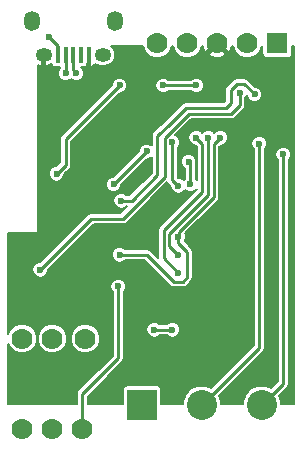
<source format=gbl>
G04 #@! TF.FileFunction,Copper,L2,Bot,Signal*
%FSLAX46Y46*%
G04 Gerber Fmt 4.6, Leading zero omitted, Abs format (unit mm)*
G04 Created by KiCad (PCBNEW 4.0.1-stable) date 2/4/2016 12:26:45 PM*
%MOMM*%
G01*
G04 APERTURE LIST*
%ADD10C,0.100000*%
%ADD11R,1.778000X1.778000*%
%ADD12C,1.778000*%
%ADD13R,2.540000X2.540000*%
%ADD14C,2.540000*%
%ADD15O,1.400000X1.150000*%
%ADD16O,1.325000X1.700000*%
%ADD17R,0.400000X1.350000*%
%ADD18C,0.600000*%
%ADD19C,0.250000*%
%ADD20C,0.203200*%
G04 APERTURE END LIST*
D10*
D11*
X150622000Y-89789000D03*
D12*
X148082000Y-89789000D03*
X145542000Y-89789000D03*
X143002000Y-89789000D03*
X140462000Y-89789000D03*
D13*
X139192000Y-120396000D03*
D14*
X144272000Y-120396000D03*
X149352000Y-120396000D03*
D12*
X129032000Y-122428000D03*
X131572000Y-122428000D03*
X134112000Y-122428000D03*
X134366000Y-114808000D03*
X131572000Y-114808000D03*
X129032000Y-114808000D03*
D15*
X130850000Y-90764000D03*
X135850000Y-90764000D03*
D16*
X129850000Y-87864000D03*
X136850000Y-87864000D03*
D17*
X132050000Y-90764000D03*
X132700000Y-90764000D03*
X133350000Y-90764000D03*
X134000000Y-90764000D03*
X134650000Y-90764000D03*
D18*
X131318000Y-89281000D03*
X146558000Y-91694000D03*
X138684000Y-92075000D03*
X131699000Y-104267000D03*
X150114000Y-107442000D03*
X137668000Y-98044000D03*
X130937000Y-95631000D03*
X136652000Y-95250000D03*
X131826000Y-99568000D03*
X139954000Y-105029000D03*
X131572000Y-109220000D03*
X146939000Y-97409000D03*
X137287000Y-107696000D03*
X145796000Y-97790000D03*
X142240000Y-106172000D03*
X132715000Y-92329000D03*
X144780000Y-97790000D03*
X142240000Y-107696000D03*
X133604000Y-92329000D03*
X143764000Y-97790000D03*
X142240000Y-109220000D03*
X142240000Y-101854000D03*
X141732000Y-98171000D03*
X147447000Y-93980000D03*
X130556000Y-108966000D03*
X140208000Y-114046000D03*
X141732000Y-114046000D03*
X137414000Y-103124000D03*
X148717000Y-94107000D03*
X139573000Y-98933000D03*
X136779000Y-101727000D03*
X131953000Y-100838000D03*
X137287000Y-93345000D03*
X140970000Y-93345000D03*
X143764000Y-93345000D03*
X143256000Y-101727000D03*
X143129000Y-99822000D03*
X149098000Y-98298000D03*
X151130000Y-99187000D03*
X137160000Y-110363000D03*
D19*
X132050000Y-90764000D02*
X132050000Y-90013000D01*
X132050000Y-90013000D02*
X131318000Y-89281000D01*
X142240000Y-106172000D02*
X142240000Y-106680000D01*
X139573000Y-107696000D02*
X137287000Y-107696000D01*
X141859000Y-109982000D02*
X139573000Y-107696000D01*
X142621000Y-109982000D02*
X141859000Y-109982000D01*
X143002000Y-109601000D02*
X142621000Y-109982000D01*
X143002000Y-107442000D02*
X143002000Y-109601000D01*
X142240000Y-106680000D02*
X143002000Y-107442000D01*
X145230002Y-98355998D02*
X145230002Y-102802396D01*
X145230002Y-98355998D02*
X145796000Y-97790000D01*
X142304199Y-106107801D02*
X142240000Y-106172000D01*
X142304199Y-105728199D02*
X142304199Y-106107801D01*
X145230002Y-102802396D02*
X142304199Y-105728199D01*
X132700000Y-92314000D02*
X132700000Y-90764000D01*
X132715000Y-92329000D02*
X132700000Y-92314000D01*
X144780000Y-102616000D02*
X144780000Y-97790000D01*
X141478000Y-105918000D02*
X144780000Y-102616000D01*
X141478000Y-106934000D02*
X141478000Y-105918000D01*
X142240000Y-107696000D02*
X141478000Y-106934000D01*
X133350000Y-92075000D02*
X133350000Y-90764000D01*
X133604000Y-92329000D02*
X133350000Y-92075000D01*
X144272000Y-98298000D02*
X143764000Y-97790000D01*
X144272000Y-102362000D02*
X144272000Y-98298000D01*
X141027998Y-105606002D02*
X144272000Y-102362000D01*
X141027998Y-108007998D02*
X141027998Y-105606002D01*
X142240000Y-109220000D02*
X141027998Y-108007998D01*
X142240000Y-101854000D02*
X141732000Y-101346000D01*
X141732000Y-101346000D02*
X141732000Y-98171000D01*
X147447000Y-94996000D02*
X147447000Y-93980000D01*
X146685000Y-95758000D02*
X147447000Y-94996000D01*
X143129000Y-95758000D02*
X146685000Y-95758000D01*
X141097000Y-97790000D02*
X143129000Y-95758000D01*
X141097000Y-101092000D02*
X141097000Y-97790000D01*
X137541000Y-104648000D02*
X141097000Y-101092000D01*
X134874000Y-104648000D02*
X137541000Y-104648000D01*
X130556000Y-108966000D02*
X134874000Y-104648000D01*
X141732000Y-114046000D02*
X140208000Y-114046000D01*
X138303000Y-103124000D02*
X137414000Y-103124000D01*
X140462000Y-100965000D02*
X138303000Y-103124000D01*
X140462000Y-97663000D02*
X140462000Y-100965000D01*
X140716000Y-97409000D02*
X140462000Y-97663000D01*
X141351000Y-96774000D02*
X140716000Y-97409000D01*
X142875000Y-95250000D02*
X141351000Y-96774000D01*
X146304000Y-95250000D02*
X142875000Y-95250000D01*
X146685000Y-94869000D02*
X146304000Y-95250000D01*
X146685000Y-93726000D02*
X146685000Y-94869000D01*
X147193000Y-93218000D02*
X146685000Y-93726000D01*
X147828000Y-93218000D02*
X147193000Y-93218000D01*
X148717000Y-94107000D02*
X147828000Y-93218000D01*
X136779000Y-101727000D02*
X139573000Y-98933000D01*
X132715000Y-97917000D02*
X132715000Y-100076000D01*
X132715000Y-97917000D02*
X137033000Y-93599000D01*
X132715000Y-100076000D02*
X131953000Y-100838000D01*
X137287000Y-93345000D02*
X137033000Y-93599000D01*
X143764000Y-93345000D02*
X140970000Y-93345000D01*
X143256000Y-99949000D02*
X143256000Y-101727000D01*
X143129000Y-99822000D02*
X143256000Y-99949000D01*
X144272000Y-120396000D02*
X149098000Y-115570000D01*
X149098000Y-115570000D02*
X149098000Y-98298000D01*
X150368000Y-119380000D02*
X151130000Y-118618000D01*
X151130000Y-118618000D02*
X151130000Y-99187000D01*
X150368000Y-119380000D02*
X149352000Y-120396000D01*
X134112000Y-122428000D02*
X134112000Y-119507000D01*
X137160000Y-116459000D02*
X137160000Y-110363000D01*
X134112000Y-119507000D02*
X137160000Y-116459000D01*
D20*
G36*
X139217185Y-90035480D02*
X139406264Y-90493088D01*
X139756070Y-90843505D01*
X140213348Y-91033383D01*
X140708480Y-91033815D01*
X141166088Y-90844736D01*
X141516505Y-90494930D01*
X141706383Y-90037652D01*
X141706400Y-90017600D01*
X141757201Y-90017600D01*
X141757185Y-90035480D01*
X141946264Y-90493088D01*
X142296070Y-90843505D01*
X142753348Y-91033383D01*
X143248480Y-91033815D01*
X143706088Y-90844736D01*
X144056505Y-90494930D01*
X144246383Y-90037652D01*
X144246400Y-90017600D01*
X144311879Y-90017600D01*
X144321553Y-90136600D01*
X144433223Y-90406196D01*
X144606780Y-90508694D01*
X145097874Y-90017600D01*
X145528926Y-90017600D01*
X144822306Y-90724220D01*
X144924804Y-90897777D01*
X145396096Y-91049566D01*
X145889600Y-91009447D01*
X146159196Y-90897777D01*
X146261694Y-90724220D01*
X145555074Y-90017600D01*
X145986126Y-90017600D01*
X146477220Y-90508694D01*
X146650777Y-90406196D01*
X146775932Y-90017600D01*
X146837201Y-90017600D01*
X146837185Y-90035480D01*
X147026264Y-90493088D01*
X147376070Y-90843505D01*
X147833348Y-91033383D01*
X148328480Y-91033815D01*
X148786088Y-90844736D01*
X149136505Y-90494930D01*
X149326383Y-90037652D01*
X149326400Y-90017600D01*
X149370434Y-90017600D01*
X149370434Y-90678000D01*
X149395230Y-90809777D01*
X149473110Y-90930807D01*
X149591942Y-91012001D01*
X149733000Y-91040566D01*
X151511000Y-91040566D01*
X151642777Y-91015770D01*
X151763807Y-90937890D01*
X151845001Y-90819058D01*
X151873566Y-90678000D01*
X151873566Y-90017600D01*
X152044400Y-90017600D01*
X152044400Y-120294400D01*
X150977689Y-120294400D01*
X150977881Y-120074067D01*
X150795354Y-119632318D01*
X151469833Y-118957838D01*
X151469836Y-118957836D01*
X151574017Y-118801918D01*
X151581672Y-118763434D01*
X151610601Y-118618000D01*
X151610600Y-118617995D01*
X151610600Y-99633588D01*
X151685467Y-99558852D01*
X151785486Y-99317979D01*
X151785714Y-99057165D01*
X151686115Y-98816118D01*
X151501852Y-98631533D01*
X151260979Y-98531514D01*
X151000165Y-98531286D01*
X150759118Y-98630885D01*
X150574533Y-98815148D01*
X150474514Y-99056021D01*
X150474286Y-99316835D01*
X150573885Y-99557882D01*
X150649400Y-99633529D01*
X150649400Y-118418929D01*
X150115478Y-118952850D01*
X149676770Y-118770683D01*
X149030067Y-118770119D01*
X148432375Y-119017080D01*
X147974687Y-119473970D01*
X147726683Y-120071230D01*
X147726488Y-120294400D01*
X145897689Y-120294400D01*
X145897881Y-120074067D01*
X145715354Y-119632318D01*
X149437833Y-115909838D01*
X149437836Y-115909836D01*
X149542017Y-115753918D01*
X149578601Y-115570000D01*
X149578600Y-115569995D01*
X149578600Y-98744588D01*
X149653467Y-98669852D01*
X149753486Y-98428979D01*
X149753714Y-98168165D01*
X149654115Y-97927118D01*
X149469852Y-97742533D01*
X149228979Y-97642514D01*
X148968165Y-97642286D01*
X148727118Y-97741885D01*
X148542533Y-97926148D01*
X148442514Y-98167021D01*
X148442286Y-98427835D01*
X148541885Y-98668882D01*
X148617400Y-98744529D01*
X148617400Y-115370929D01*
X145035478Y-118952850D01*
X144596770Y-118770683D01*
X143950067Y-118770119D01*
X143352375Y-119017080D01*
X142894687Y-119473970D01*
X142646683Y-120071230D01*
X142646488Y-120294400D01*
X140824566Y-120294400D01*
X140824566Y-119126000D01*
X140799770Y-118994223D01*
X140721890Y-118873193D01*
X140603058Y-118791999D01*
X140462000Y-118763434D01*
X137922000Y-118763434D01*
X137790223Y-118788230D01*
X137669193Y-118866110D01*
X137587999Y-118984942D01*
X137559434Y-119126000D01*
X137559434Y-120294400D01*
X134592600Y-120294400D01*
X134592600Y-119706072D01*
X137499833Y-116798838D01*
X137499836Y-116798836D01*
X137604017Y-116642918D01*
X137640601Y-116459000D01*
X137640600Y-116458995D01*
X137640600Y-114175835D01*
X139552286Y-114175835D01*
X139651885Y-114416882D01*
X139836148Y-114601467D01*
X140077021Y-114701486D01*
X140337835Y-114701714D01*
X140578882Y-114602115D01*
X140654529Y-114526600D01*
X141285412Y-114526600D01*
X141360148Y-114601467D01*
X141601021Y-114701486D01*
X141861835Y-114701714D01*
X142102882Y-114602115D01*
X142287467Y-114417852D01*
X142387486Y-114176979D01*
X142387714Y-113916165D01*
X142288115Y-113675118D01*
X142103852Y-113490533D01*
X141862979Y-113390514D01*
X141602165Y-113390286D01*
X141361118Y-113489885D01*
X141285471Y-113565400D01*
X140654588Y-113565400D01*
X140579852Y-113490533D01*
X140338979Y-113390514D01*
X140078165Y-113390286D01*
X139837118Y-113489885D01*
X139652533Y-113674148D01*
X139552514Y-113915021D01*
X139552286Y-114175835D01*
X137640600Y-114175835D01*
X137640600Y-110809588D01*
X137715467Y-110734852D01*
X137815486Y-110493979D01*
X137815714Y-110233165D01*
X137716115Y-109992118D01*
X137531852Y-109807533D01*
X137290979Y-109707514D01*
X137030165Y-109707286D01*
X136789118Y-109806885D01*
X136604533Y-109991148D01*
X136504514Y-110232021D01*
X136504286Y-110492835D01*
X136603885Y-110733882D01*
X136679400Y-110809529D01*
X136679400Y-116259929D01*
X133772164Y-119167164D01*
X133667983Y-119323082D01*
X133631399Y-119507000D01*
X133631400Y-119507005D01*
X133631400Y-120294400D01*
X127863600Y-120294400D01*
X127863600Y-115239419D01*
X127976264Y-115512088D01*
X128326070Y-115862505D01*
X128783348Y-116052383D01*
X129278480Y-116052815D01*
X129736088Y-115863736D01*
X130086505Y-115513930D01*
X130276383Y-115056652D01*
X130276384Y-115054480D01*
X130327185Y-115054480D01*
X130516264Y-115512088D01*
X130866070Y-115862505D01*
X131323348Y-116052383D01*
X131818480Y-116052815D01*
X132276088Y-115863736D01*
X132626505Y-115513930D01*
X132816383Y-115056652D01*
X132816384Y-115054480D01*
X133121185Y-115054480D01*
X133310264Y-115512088D01*
X133660070Y-115862505D01*
X134117348Y-116052383D01*
X134612480Y-116052815D01*
X135070088Y-115863736D01*
X135420505Y-115513930D01*
X135610383Y-115056652D01*
X135610815Y-114561520D01*
X135421736Y-114103912D01*
X135071930Y-113753495D01*
X134614652Y-113563617D01*
X134119520Y-113563185D01*
X133661912Y-113752264D01*
X133311495Y-114102070D01*
X133121617Y-114559348D01*
X133121185Y-115054480D01*
X132816384Y-115054480D01*
X132816815Y-114561520D01*
X132627736Y-114103912D01*
X132277930Y-113753495D01*
X131820652Y-113563617D01*
X131325520Y-113563185D01*
X130867912Y-113752264D01*
X130517495Y-114102070D01*
X130327617Y-114559348D01*
X130327185Y-115054480D01*
X130276384Y-115054480D01*
X130276815Y-114561520D01*
X130087736Y-114103912D01*
X129737930Y-113753495D01*
X129280652Y-113563617D01*
X128785520Y-113563185D01*
X128327912Y-113752264D01*
X127977495Y-114102070D01*
X127863600Y-114376360D01*
X127863600Y-109095835D01*
X129900286Y-109095835D01*
X129999885Y-109336882D01*
X130184148Y-109521467D01*
X130425021Y-109621486D01*
X130685835Y-109621714D01*
X130926882Y-109522115D01*
X131111467Y-109337852D01*
X131211486Y-109096979D01*
X131211579Y-108990092D01*
X135073071Y-105128600D01*
X137540995Y-105128600D01*
X137541000Y-105128601D01*
X137724918Y-105092017D01*
X137880836Y-104987836D01*
X141308319Y-101560352D01*
X141392164Y-101685836D01*
X141584378Y-101878050D01*
X141584286Y-101983835D01*
X141683885Y-102224882D01*
X141868148Y-102409467D01*
X142109021Y-102509486D01*
X142369835Y-102509714D01*
X142610882Y-102410115D01*
X142795467Y-102225852D01*
X142804916Y-102203096D01*
X142884148Y-102282467D01*
X143125021Y-102382486D01*
X143385835Y-102382714D01*
X143626882Y-102283115D01*
X143791400Y-102118884D01*
X143791400Y-102162929D01*
X140688162Y-105266166D01*
X140583981Y-105422084D01*
X140547397Y-105606002D01*
X140547398Y-105606007D01*
X140547398Y-107990726D01*
X139912836Y-107356164D01*
X139756918Y-107251983D01*
X139573000Y-107215399D01*
X139572995Y-107215400D01*
X137733588Y-107215400D01*
X137658852Y-107140533D01*
X137417979Y-107040514D01*
X137157165Y-107040286D01*
X136916118Y-107139885D01*
X136731533Y-107324148D01*
X136631514Y-107565021D01*
X136631286Y-107825835D01*
X136730885Y-108066882D01*
X136915148Y-108251467D01*
X137156021Y-108351486D01*
X137416835Y-108351714D01*
X137657882Y-108252115D01*
X137733529Y-108176600D01*
X139373928Y-108176600D01*
X141519162Y-110321833D01*
X141519164Y-110321836D01*
X141675082Y-110426017D01*
X141859000Y-110462601D01*
X141859005Y-110462600D01*
X142620995Y-110462600D01*
X142621000Y-110462601D01*
X142804918Y-110426017D01*
X142960836Y-110321836D01*
X143341833Y-109940838D01*
X143341836Y-109940836D01*
X143446017Y-109784918D01*
X143482600Y-109601000D01*
X143482600Y-107442005D01*
X143482601Y-107442000D01*
X143446017Y-107258082D01*
X143417497Y-107215399D01*
X143341836Y-107102164D01*
X143341833Y-107102162D01*
X142789490Y-106549818D01*
X142795467Y-106543852D01*
X142895486Y-106302979D01*
X142895714Y-106042165D01*
X142829691Y-105882379D01*
X145569835Y-103142234D01*
X145569838Y-103142232D01*
X145674019Y-102986314D01*
X145710602Y-102802396D01*
X145710602Y-98555070D01*
X145820050Y-98445622D01*
X145925835Y-98445714D01*
X146166882Y-98346115D01*
X146351467Y-98161852D01*
X146451486Y-97920979D01*
X146451714Y-97660165D01*
X146352115Y-97419118D01*
X146167852Y-97234533D01*
X145926979Y-97134514D01*
X145666165Y-97134286D01*
X145425118Y-97233885D01*
X145287922Y-97370841D01*
X145151852Y-97234533D01*
X144910979Y-97134514D01*
X144650165Y-97134286D01*
X144409118Y-97233885D01*
X144271922Y-97370841D01*
X144135852Y-97234533D01*
X143894979Y-97134514D01*
X143634165Y-97134286D01*
X143393118Y-97233885D01*
X143208533Y-97418148D01*
X143108514Y-97659021D01*
X143108286Y-97919835D01*
X143207885Y-98160882D01*
X143392148Y-98345467D01*
X143633021Y-98445486D01*
X143739908Y-98445579D01*
X143791400Y-98497071D01*
X143791400Y-101335367D01*
X143736600Y-101280471D01*
X143736600Y-100068302D01*
X143784486Y-99952979D01*
X143784714Y-99692165D01*
X143685115Y-99451118D01*
X143500852Y-99266533D01*
X143259979Y-99166514D01*
X142999165Y-99166286D01*
X142758118Y-99265885D01*
X142573533Y-99450148D01*
X142473514Y-99691021D01*
X142473286Y-99951835D01*
X142572885Y-100192882D01*
X142757148Y-100377467D01*
X142775400Y-100385046D01*
X142775400Y-101280412D01*
X142700533Y-101355148D01*
X142691084Y-101377904D01*
X142611852Y-101298533D01*
X142370979Y-101198514D01*
X142264092Y-101198421D01*
X142212600Y-101146928D01*
X142212600Y-98617588D01*
X142287467Y-98542852D01*
X142387486Y-98301979D01*
X142387714Y-98041165D01*
X142288115Y-97800118D01*
X142103852Y-97615533D01*
X141995945Y-97570726D01*
X143328071Y-96238600D01*
X146684995Y-96238600D01*
X146685000Y-96238601D01*
X146868918Y-96202017D01*
X147024836Y-96097836D01*
X147786833Y-95335838D01*
X147786836Y-95335836D01*
X147891017Y-95179918D01*
X147913660Y-95066083D01*
X147927601Y-94996000D01*
X147927600Y-94995995D01*
X147927600Y-94426588D01*
X148002467Y-94351852D01*
X148061309Y-94210144D01*
X148061286Y-94236835D01*
X148160885Y-94477882D01*
X148345148Y-94662467D01*
X148586021Y-94762486D01*
X148846835Y-94762714D01*
X149087882Y-94663115D01*
X149272467Y-94478852D01*
X149372486Y-94237979D01*
X149372714Y-93977165D01*
X149273115Y-93736118D01*
X149088852Y-93551533D01*
X148847979Y-93451514D01*
X148741092Y-93451421D01*
X148167836Y-92878164D01*
X148011918Y-92773983D01*
X147828000Y-92737399D01*
X147827995Y-92737400D01*
X147193000Y-92737400D01*
X147009082Y-92773983D01*
X146853164Y-92878164D01*
X146853162Y-92878167D01*
X146345164Y-93386164D01*
X146240983Y-93542082D01*
X146204399Y-93726000D01*
X146204400Y-93726005D01*
X146204400Y-94669929D01*
X146104928Y-94769400D01*
X142875000Y-94769400D01*
X142691082Y-94805983D01*
X142535164Y-94910164D01*
X142535162Y-94910167D01*
X141011164Y-96434164D01*
X141011162Y-96434167D01*
X140376164Y-97069164D01*
X140376162Y-97069167D01*
X140122164Y-97323164D01*
X140017983Y-97479082D01*
X139981399Y-97663000D01*
X139981400Y-97663005D01*
X139981400Y-98414145D01*
X139944852Y-98377533D01*
X139703979Y-98277514D01*
X139443165Y-98277286D01*
X139202118Y-98376885D01*
X139017533Y-98561148D01*
X138917514Y-98802021D01*
X138917421Y-98908908D01*
X136754950Y-101071378D01*
X136649165Y-101071286D01*
X136408118Y-101170885D01*
X136223533Y-101355148D01*
X136123514Y-101596021D01*
X136123286Y-101856835D01*
X136222885Y-102097882D01*
X136407148Y-102282467D01*
X136648021Y-102382486D01*
X136908835Y-102382714D01*
X137149882Y-102283115D01*
X137334467Y-102098852D01*
X137434486Y-101857979D01*
X137434579Y-101751092D01*
X139597050Y-99588622D01*
X139702835Y-99588714D01*
X139943882Y-99489115D01*
X139981400Y-99451662D01*
X139981400Y-100765929D01*
X138103928Y-102643400D01*
X137860588Y-102643400D01*
X137785852Y-102568533D01*
X137544979Y-102468514D01*
X137284165Y-102468286D01*
X137043118Y-102567885D01*
X136858533Y-102752148D01*
X136758514Y-102993021D01*
X136758286Y-103253835D01*
X136857885Y-103494882D01*
X137042148Y-103679467D01*
X137283021Y-103779486D01*
X137543835Y-103779714D01*
X137784882Y-103680115D01*
X137860529Y-103604600D01*
X137904728Y-103604600D01*
X137341928Y-104167400D01*
X134874005Y-104167400D01*
X134874000Y-104167399D01*
X134690082Y-104203983D01*
X134534164Y-104308164D01*
X134534162Y-104308167D01*
X130531950Y-108310378D01*
X130426165Y-108310286D01*
X130185118Y-108409885D01*
X130000533Y-108594148D01*
X129900514Y-108835021D01*
X129900286Y-109095835D01*
X127863600Y-109095835D01*
X127863600Y-105892600D01*
X130302000Y-105892600D01*
X130341528Y-105884595D01*
X130374828Y-105861843D01*
X130396652Y-105827927D01*
X130403600Y-105791000D01*
X130403600Y-100967835D01*
X131297286Y-100967835D01*
X131396885Y-101208882D01*
X131581148Y-101393467D01*
X131822021Y-101493486D01*
X132082835Y-101493714D01*
X132323882Y-101394115D01*
X132508467Y-101209852D01*
X132608486Y-100968979D01*
X132608579Y-100862092D01*
X133054833Y-100415838D01*
X133054836Y-100415836D01*
X133159017Y-100259918D01*
X133195601Y-100076000D01*
X133195600Y-100075995D01*
X133195600Y-98116072D01*
X137311049Y-94000622D01*
X137416835Y-94000714D01*
X137657882Y-93901115D01*
X137842467Y-93716852D01*
X137942486Y-93475979D01*
X137942487Y-93474835D01*
X140314286Y-93474835D01*
X140413885Y-93715882D01*
X140598148Y-93900467D01*
X140839021Y-94000486D01*
X141099835Y-94000714D01*
X141340882Y-93901115D01*
X141416529Y-93825600D01*
X143317412Y-93825600D01*
X143392148Y-93900467D01*
X143633021Y-94000486D01*
X143893835Y-94000714D01*
X144134882Y-93901115D01*
X144319467Y-93716852D01*
X144419486Y-93475979D01*
X144419714Y-93215165D01*
X144320115Y-92974118D01*
X144135852Y-92789533D01*
X143894979Y-92689514D01*
X143634165Y-92689286D01*
X143393118Y-92788885D01*
X143317471Y-92864400D01*
X141416588Y-92864400D01*
X141341852Y-92789533D01*
X141100979Y-92689514D01*
X140840165Y-92689286D01*
X140599118Y-92788885D01*
X140414533Y-92973148D01*
X140314514Y-93214021D01*
X140314286Y-93474835D01*
X137942487Y-93474835D01*
X137942714Y-93215165D01*
X137843115Y-92974118D01*
X137658852Y-92789533D01*
X137417979Y-92689514D01*
X137157165Y-92689286D01*
X136916118Y-92788885D01*
X136731533Y-92973148D01*
X136631514Y-93214021D01*
X136631421Y-93320908D01*
X132375164Y-97577164D01*
X132270983Y-97733082D01*
X132234399Y-97917000D01*
X132234400Y-97917005D01*
X132234400Y-99876929D01*
X131928950Y-100182378D01*
X131823165Y-100182286D01*
X131582118Y-100281885D01*
X131397533Y-100466148D01*
X131297514Y-100707021D01*
X131297286Y-100967835D01*
X130403600Y-100967835D01*
X130403600Y-91616577D01*
X130552710Y-91676641D01*
X130697600Y-91603457D01*
X130697600Y-90916400D01*
X130677600Y-90916400D01*
X130677600Y-90611600D01*
X130697600Y-90611600D01*
X130697600Y-90591600D01*
X131002400Y-90591600D01*
X131002400Y-90611600D01*
X131022400Y-90611600D01*
X131022400Y-90916400D01*
X131002400Y-90916400D01*
X131002400Y-91603457D01*
X131147290Y-91676641D01*
X131483428Y-91541238D01*
X131503051Y-91521995D01*
X131512230Y-91570777D01*
X131590110Y-91691807D01*
X131708942Y-91773001D01*
X131850000Y-91801566D01*
X132219400Y-91801566D01*
X132219400Y-91897385D01*
X132159533Y-91957148D01*
X132059514Y-92198021D01*
X132059286Y-92458835D01*
X132158885Y-92699882D01*
X132343148Y-92884467D01*
X132584021Y-92984486D01*
X132844835Y-92984714D01*
X133085882Y-92885115D01*
X133159467Y-92811659D01*
X133232148Y-92884467D01*
X133473021Y-92984486D01*
X133733835Y-92984714D01*
X133974882Y-92885115D01*
X134159467Y-92700852D01*
X134259486Y-92459979D01*
X134259714Y-92199165D01*
X134160115Y-91958118D01*
X134003836Y-91801566D01*
X134200000Y-91801566D01*
X134331777Y-91776770D01*
X134333518Y-91775650D01*
X134379267Y-91794600D01*
X134461100Y-91794600D01*
X134550000Y-91705700D01*
X134550000Y-91501053D01*
X134562566Y-91439000D01*
X134562566Y-90591600D01*
X134750000Y-90591600D01*
X134750000Y-90611600D01*
X134804034Y-90611600D01*
X134773720Y-90764000D01*
X134804034Y-90916400D01*
X134750000Y-90916400D01*
X134750000Y-91705700D01*
X134838900Y-91794600D01*
X134920733Y-91794600D01*
X135051431Y-91740463D01*
X135151463Y-91640431D01*
X135199517Y-91524419D01*
X135348195Y-91623762D01*
X135704320Y-91694600D01*
X135995680Y-91694600D01*
X136351805Y-91623762D01*
X136653714Y-91422034D01*
X136855442Y-91120125D01*
X136926280Y-90764000D01*
X136855442Y-90407875D01*
X136653714Y-90105966D01*
X136521464Y-90017600D01*
X139217201Y-90017600D01*
X139217185Y-90035480D01*
X139217185Y-90035480D01*
G37*
X139217185Y-90035480D02*
X139406264Y-90493088D01*
X139756070Y-90843505D01*
X140213348Y-91033383D01*
X140708480Y-91033815D01*
X141166088Y-90844736D01*
X141516505Y-90494930D01*
X141706383Y-90037652D01*
X141706400Y-90017600D01*
X141757201Y-90017600D01*
X141757185Y-90035480D01*
X141946264Y-90493088D01*
X142296070Y-90843505D01*
X142753348Y-91033383D01*
X143248480Y-91033815D01*
X143706088Y-90844736D01*
X144056505Y-90494930D01*
X144246383Y-90037652D01*
X144246400Y-90017600D01*
X144311879Y-90017600D01*
X144321553Y-90136600D01*
X144433223Y-90406196D01*
X144606780Y-90508694D01*
X145097874Y-90017600D01*
X145528926Y-90017600D01*
X144822306Y-90724220D01*
X144924804Y-90897777D01*
X145396096Y-91049566D01*
X145889600Y-91009447D01*
X146159196Y-90897777D01*
X146261694Y-90724220D01*
X145555074Y-90017600D01*
X145986126Y-90017600D01*
X146477220Y-90508694D01*
X146650777Y-90406196D01*
X146775932Y-90017600D01*
X146837201Y-90017600D01*
X146837185Y-90035480D01*
X147026264Y-90493088D01*
X147376070Y-90843505D01*
X147833348Y-91033383D01*
X148328480Y-91033815D01*
X148786088Y-90844736D01*
X149136505Y-90494930D01*
X149326383Y-90037652D01*
X149326400Y-90017600D01*
X149370434Y-90017600D01*
X149370434Y-90678000D01*
X149395230Y-90809777D01*
X149473110Y-90930807D01*
X149591942Y-91012001D01*
X149733000Y-91040566D01*
X151511000Y-91040566D01*
X151642777Y-91015770D01*
X151763807Y-90937890D01*
X151845001Y-90819058D01*
X151873566Y-90678000D01*
X151873566Y-90017600D01*
X152044400Y-90017600D01*
X152044400Y-120294400D01*
X150977689Y-120294400D01*
X150977881Y-120074067D01*
X150795354Y-119632318D01*
X151469833Y-118957838D01*
X151469836Y-118957836D01*
X151574017Y-118801918D01*
X151581672Y-118763434D01*
X151610601Y-118618000D01*
X151610600Y-118617995D01*
X151610600Y-99633588D01*
X151685467Y-99558852D01*
X151785486Y-99317979D01*
X151785714Y-99057165D01*
X151686115Y-98816118D01*
X151501852Y-98631533D01*
X151260979Y-98531514D01*
X151000165Y-98531286D01*
X150759118Y-98630885D01*
X150574533Y-98815148D01*
X150474514Y-99056021D01*
X150474286Y-99316835D01*
X150573885Y-99557882D01*
X150649400Y-99633529D01*
X150649400Y-118418929D01*
X150115478Y-118952850D01*
X149676770Y-118770683D01*
X149030067Y-118770119D01*
X148432375Y-119017080D01*
X147974687Y-119473970D01*
X147726683Y-120071230D01*
X147726488Y-120294400D01*
X145897689Y-120294400D01*
X145897881Y-120074067D01*
X145715354Y-119632318D01*
X149437833Y-115909838D01*
X149437836Y-115909836D01*
X149542017Y-115753918D01*
X149578601Y-115570000D01*
X149578600Y-115569995D01*
X149578600Y-98744588D01*
X149653467Y-98669852D01*
X149753486Y-98428979D01*
X149753714Y-98168165D01*
X149654115Y-97927118D01*
X149469852Y-97742533D01*
X149228979Y-97642514D01*
X148968165Y-97642286D01*
X148727118Y-97741885D01*
X148542533Y-97926148D01*
X148442514Y-98167021D01*
X148442286Y-98427835D01*
X148541885Y-98668882D01*
X148617400Y-98744529D01*
X148617400Y-115370929D01*
X145035478Y-118952850D01*
X144596770Y-118770683D01*
X143950067Y-118770119D01*
X143352375Y-119017080D01*
X142894687Y-119473970D01*
X142646683Y-120071230D01*
X142646488Y-120294400D01*
X140824566Y-120294400D01*
X140824566Y-119126000D01*
X140799770Y-118994223D01*
X140721890Y-118873193D01*
X140603058Y-118791999D01*
X140462000Y-118763434D01*
X137922000Y-118763434D01*
X137790223Y-118788230D01*
X137669193Y-118866110D01*
X137587999Y-118984942D01*
X137559434Y-119126000D01*
X137559434Y-120294400D01*
X134592600Y-120294400D01*
X134592600Y-119706072D01*
X137499833Y-116798838D01*
X137499836Y-116798836D01*
X137604017Y-116642918D01*
X137640601Y-116459000D01*
X137640600Y-116458995D01*
X137640600Y-114175835D01*
X139552286Y-114175835D01*
X139651885Y-114416882D01*
X139836148Y-114601467D01*
X140077021Y-114701486D01*
X140337835Y-114701714D01*
X140578882Y-114602115D01*
X140654529Y-114526600D01*
X141285412Y-114526600D01*
X141360148Y-114601467D01*
X141601021Y-114701486D01*
X141861835Y-114701714D01*
X142102882Y-114602115D01*
X142287467Y-114417852D01*
X142387486Y-114176979D01*
X142387714Y-113916165D01*
X142288115Y-113675118D01*
X142103852Y-113490533D01*
X141862979Y-113390514D01*
X141602165Y-113390286D01*
X141361118Y-113489885D01*
X141285471Y-113565400D01*
X140654588Y-113565400D01*
X140579852Y-113490533D01*
X140338979Y-113390514D01*
X140078165Y-113390286D01*
X139837118Y-113489885D01*
X139652533Y-113674148D01*
X139552514Y-113915021D01*
X139552286Y-114175835D01*
X137640600Y-114175835D01*
X137640600Y-110809588D01*
X137715467Y-110734852D01*
X137815486Y-110493979D01*
X137815714Y-110233165D01*
X137716115Y-109992118D01*
X137531852Y-109807533D01*
X137290979Y-109707514D01*
X137030165Y-109707286D01*
X136789118Y-109806885D01*
X136604533Y-109991148D01*
X136504514Y-110232021D01*
X136504286Y-110492835D01*
X136603885Y-110733882D01*
X136679400Y-110809529D01*
X136679400Y-116259929D01*
X133772164Y-119167164D01*
X133667983Y-119323082D01*
X133631399Y-119507000D01*
X133631400Y-119507005D01*
X133631400Y-120294400D01*
X127863600Y-120294400D01*
X127863600Y-115239419D01*
X127976264Y-115512088D01*
X128326070Y-115862505D01*
X128783348Y-116052383D01*
X129278480Y-116052815D01*
X129736088Y-115863736D01*
X130086505Y-115513930D01*
X130276383Y-115056652D01*
X130276384Y-115054480D01*
X130327185Y-115054480D01*
X130516264Y-115512088D01*
X130866070Y-115862505D01*
X131323348Y-116052383D01*
X131818480Y-116052815D01*
X132276088Y-115863736D01*
X132626505Y-115513930D01*
X132816383Y-115056652D01*
X132816384Y-115054480D01*
X133121185Y-115054480D01*
X133310264Y-115512088D01*
X133660070Y-115862505D01*
X134117348Y-116052383D01*
X134612480Y-116052815D01*
X135070088Y-115863736D01*
X135420505Y-115513930D01*
X135610383Y-115056652D01*
X135610815Y-114561520D01*
X135421736Y-114103912D01*
X135071930Y-113753495D01*
X134614652Y-113563617D01*
X134119520Y-113563185D01*
X133661912Y-113752264D01*
X133311495Y-114102070D01*
X133121617Y-114559348D01*
X133121185Y-115054480D01*
X132816384Y-115054480D01*
X132816815Y-114561520D01*
X132627736Y-114103912D01*
X132277930Y-113753495D01*
X131820652Y-113563617D01*
X131325520Y-113563185D01*
X130867912Y-113752264D01*
X130517495Y-114102070D01*
X130327617Y-114559348D01*
X130327185Y-115054480D01*
X130276384Y-115054480D01*
X130276815Y-114561520D01*
X130087736Y-114103912D01*
X129737930Y-113753495D01*
X129280652Y-113563617D01*
X128785520Y-113563185D01*
X128327912Y-113752264D01*
X127977495Y-114102070D01*
X127863600Y-114376360D01*
X127863600Y-109095835D01*
X129900286Y-109095835D01*
X129999885Y-109336882D01*
X130184148Y-109521467D01*
X130425021Y-109621486D01*
X130685835Y-109621714D01*
X130926882Y-109522115D01*
X131111467Y-109337852D01*
X131211486Y-109096979D01*
X131211579Y-108990092D01*
X135073071Y-105128600D01*
X137540995Y-105128600D01*
X137541000Y-105128601D01*
X137724918Y-105092017D01*
X137880836Y-104987836D01*
X141308319Y-101560352D01*
X141392164Y-101685836D01*
X141584378Y-101878050D01*
X141584286Y-101983835D01*
X141683885Y-102224882D01*
X141868148Y-102409467D01*
X142109021Y-102509486D01*
X142369835Y-102509714D01*
X142610882Y-102410115D01*
X142795467Y-102225852D01*
X142804916Y-102203096D01*
X142884148Y-102282467D01*
X143125021Y-102382486D01*
X143385835Y-102382714D01*
X143626882Y-102283115D01*
X143791400Y-102118884D01*
X143791400Y-102162929D01*
X140688162Y-105266166D01*
X140583981Y-105422084D01*
X140547397Y-105606002D01*
X140547398Y-105606007D01*
X140547398Y-107990726D01*
X139912836Y-107356164D01*
X139756918Y-107251983D01*
X139573000Y-107215399D01*
X139572995Y-107215400D01*
X137733588Y-107215400D01*
X137658852Y-107140533D01*
X137417979Y-107040514D01*
X137157165Y-107040286D01*
X136916118Y-107139885D01*
X136731533Y-107324148D01*
X136631514Y-107565021D01*
X136631286Y-107825835D01*
X136730885Y-108066882D01*
X136915148Y-108251467D01*
X137156021Y-108351486D01*
X137416835Y-108351714D01*
X137657882Y-108252115D01*
X137733529Y-108176600D01*
X139373928Y-108176600D01*
X141519162Y-110321833D01*
X141519164Y-110321836D01*
X141675082Y-110426017D01*
X141859000Y-110462601D01*
X141859005Y-110462600D01*
X142620995Y-110462600D01*
X142621000Y-110462601D01*
X142804918Y-110426017D01*
X142960836Y-110321836D01*
X143341833Y-109940838D01*
X143341836Y-109940836D01*
X143446017Y-109784918D01*
X143482600Y-109601000D01*
X143482600Y-107442005D01*
X143482601Y-107442000D01*
X143446017Y-107258082D01*
X143417497Y-107215399D01*
X143341836Y-107102164D01*
X143341833Y-107102162D01*
X142789490Y-106549818D01*
X142795467Y-106543852D01*
X142895486Y-106302979D01*
X142895714Y-106042165D01*
X142829691Y-105882379D01*
X145569835Y-103142234D01*
X145569838Y-103142232D01*
X145674019Y-102986314D01*
X145710602Y-102802396D01*
X145710602Y-98555070D01*
X145820050Y-98445622D01*
X145925835Y-98445714D01*
X146166882Y-98346115D01*
X146351467Y-98161852D01*
X146451486Y-97920979D01*
X146451714Y-97660165D01*
X146352115Y-97419118D01*
X146167852Y-97234533D01*
X145926979Y-97134514D01*
X145666165Y-97134286D01*
X145425118Y-97233885D01*
X145287922Y-97370841D01*
X145151852Y-97234533D01*
X144910979Y-97134514D01*
X144650165Y-97134286D01*
X144409118Y-97233885D01*
X144271922Y-97370841D01*
X144135852Y-97234533D01*
X143894979Y-97134514D01*
X143634165Y-97134286D01*
X143393118Y-97233885D01*
X143208533Y-97418148D01*
X143108514Y-97659021D01*
X143108286Y-97919835D01*
X143207885Y-98160882D01*
X143392148Y-98345467D01*
X143633021Y-98445486D01*
X143739908Y-98445579D01*
X143791400Y-98497071D01*
X143791400Y-101335367D01*
X143736600Y-101280471D01*
X143736600Y-100068302D01*
X143784486Y-99952979D01*
X143784714Y-99692165D01*
X143685115Y-99451118D01*
X143500852Y-99266533D01*
X143259979Y-99166514D01*
X142999165Y-99166286D01*
X142758118Y-99265885D01*
X142573533Y-99450148D01*
X142473514Y-99691021D01*
X142473286Y-99951835D01*
X142572885Y-100192882D01*
X142757148Y-100377467D01*
X142775400Y-100385046D01*
X142775400Y-101280412D01*
X142700533Y-101355148D01*
X142691084Y-101377904D01*
X142611852Y-101298533D01*
X142370979Y-101198514D01*
X142264092Y-101198421D01*
X142212600Y-101146928D01*
X142212600Y-98617588D01*
X142287467Y-98542852D01*
X142387486Y-98301979D01*
X142387714Y-98041165D01*
X142288115Y-97800118D01*
X142103852Y-97615533D01*
X141995945Y-97570726D01*
X143328071Y-96238600D01*
X146684995Y-96238600D01*
X146685000Y-96238601D01*
X146868918Y-96202017D01*
X147024836Y-96097836D01*
X147786833Y-95335838D01*
X147786836Y-95335836D01*
X147891017Y-95179918D01*
X147913660Y-95066083D01*
X147927601Y-94996000D01*
X147927600Y-94995995D01*
X147927600Y-94426588D01*
X148002467Y-94351852D01*
X148061309Y-94210144D01*
X148061286Y-94236835D01*
X148160885Y-94477882D01*
X148345148Y-94662467D01*
X148586021Y-94762486D01*
X148846835Y-94762714D01*
X149087882Y-94663115D01*
X149272467Y-94478852D01*
X149372486Y-94237979D01*
X149372714Y-93977165D01*
X149273115Y-93736118D01*
X149088852Y-93551533D01*
X148847979Y-93451514D01*
X148741092Y-93451421D01*
X148167836Y-92878164D01*
X148011918Y-92773983D01*
X147828000Y-92737399D01*
X147827995Y-92737400D01*
X147193000Y-92737400D01*
X147009082Y-92773983D01*
X146853164Y-92878164D01*
X146853162Y-92878167D01*
X146345164Y-93386164D01*
X146240983Y-93542082D01*
X146204399Y-93726000D01*
X146204400Y-93726005D01*
X146204400Y-94669929D01*
X146104928Y-94769400D01*
X142875000Y-94769400D01*
X142691082Y-94805983D01*
X142535164Y-94910164D01*
X142535162Y-94910167D01*
X141011164Y-96434164D01*
X141011162Y-96434167D01*
X140376164Y-97069164D01*
X140376162Y-97069167D01*
X140122164Y-97323164D01*
X140017983Y-97479082D01*
X139981399Y-97663000D01*
X139981400Y-97663005D01*
X139981400Y-98414145D01*
X139944852Y-98377533D01*
X139703979Y-98277514D01*
X139443165Y-98277286D01*
X139202118Y-98376885D01*
X139017533Y-98561148D01*
X138917514Y-98802021D01*
X138917421Y-98908908D01*
X136754950Y-101071378D01*
X136649165Y-101071286D01*
X136408118Y-101170885D01*
X136223533Y-101355148D01*
X136123514Y-101596021D01*
X136123286Y-101856835D01*
X136222885Y-102097882D01*
X136407148Y-102282467D01*
X136648021Y-102382486D01*
X136908835Y-102382714D01*
X137149882Y-102283115D01*
X137334467Y-102098852D01*
X137434486Y-101857979D01*
X137434579Y-101751092D01*
X139597050Y-99588622D01*
X139702835Y-99588714D01*
X139943882Y-99489115D01*
X139981400Y-99451662D01*
X139981400Y-100765929D01*
X138103928Y-102643400D01*
X137860588Y-102643400D01*
X137785852Y-102568533D01*
X137544979Y-102468514D01*
X137284165Y-102468286D01*
X137043118Y-102567885D01*
X136858533Y-102752148D01*
X136758514Y-102993021D01*
X136758286Y-103253835D01*
X136857885Y-103494882D01*
X137042148Y-103679467D01*
X137283021Y-103779486D01*
X137543835Y-103779714D01*
X137784882Y-103680115D01*
X137860529Y-103604600D01*
X137904728Y-103604600D01*
X137341928Y-104167400D01*
X134874005Y-104167400D01*
X134874000Y-104167399D01*
X134690082Y-104203983D01*
X134534164Y-104308164D01*
X134534162Y-104308167D01*
X130531950Y-108310378D01*
X130426165Y-108310286D01*
X130185118Y-108409885D01*
X130000533Y-108594148D01*
X129900514Y-108835021D01*
X129900286Y-109095835D01*
X127863600Y-109095835D01*
X127863600Y-105892600D01*
X130302000Y-105892600D01*
X130341528Y-105884595D01*
X130374828Y-105861843D01*
X130396652Y-105827927D01*
X130403600Y-105791000D01*
X130403600Y-100967835D01*
X131297286Y-100967835D01*
X131396885Y-101208882D01*
X131581148Y-101393467D01*
X131822021Y-101493486D01*
X132082835Y-101493714D01*
X132323882Y-101394115D01*
X132508467Y-101209852D01*
X132608486Y-100968979D01*
X132608579Y-100862092D01*
X133054833Y-100415838D01*
X133054836Y-100415836D01*
X133159017Y-100259918D01*
X133195601Y-100076000D01*
X133195600Y-100075995D01*
X133195600Y-98116072D01*
X137311049Y-94000622D01*
X137416835Y-94000714D01*
X137657882Y-93901115D01*
X137842467Y-93716852D01*
X137942486Y-93475979D01*
X137942487Y-93474835D01*
X140314286Y-93474835D01*
X140413885Y-93715882D01*
X140598148Y-93900467D01*
X140839021Y-94000486D01*
X141099835Y-94000714D01*
X141340882Y-93901115D01*
X141416529Y-93825600D01*
X143317412Y-93825600D01*
X143392148Y-93900467D01*
X143633021Y-94000486D01*
X143893835Y-94000714D01*
X144134882Y-93901115D01*
X144319467Y-93716852D01*
X144419486Y-93475979D01*
X144419714Y-93215165D01*
X144320115Y-92974118D01*
X144135852Y-92789533D01*
X143894979Y-92689514D01*
X143634165Y-92689286D01*
X143393118Y-92788885D01*
X143317471Y-92864400D01*
X141416588Y-92864400D01*
X141341852Y-92789533D01*
X141100979Y-92689514D01*
X140840165Y-92689286D01*
X140599118Y-92788885D01*
X140414533Y-92973148D01*
X140314514Y-93214021D01*
X140314286Y-93474835D01*
X137942487Y-93474835D01*
X137942714Y-93215165D01*
X137843115Y-92974118D01*
X137658852Y-92789533D01*
X137417979Y-92689514D01*
X137157165Y-92689286D01*
X136916118Y-92788885D01*
X136731533Y-92973148D01*
X136631514Y-93214021D01*
X136631421Y-93320908D01*
X132375164Y-97577164D01*
X132270983Y-97733082D01*
X132234399Y-97917000D01*
X132234400Y-97917005D01*
X132234400Y-99876929D01*
X131928950Y-100182378D01*
X131823165Y-100182286D01*
X131582118Y-100281885D01*
X131397533Y-100466148D01*
X131297514Y-100707021D01*
X131297286Y-100967835D01*
X130403600Y-100967835D01*
X130403600Y-91616577D01*
X130552710Y-91676641D01*
X130697600Y-91603457D01*
X130697600Y-90916400D01*
X130677600Y-90916400D01*
X130677600Y-90611600D01*
X130697600Y-90611600D01*
X130697600Y-90591600D01*
X131002400Y-90591600D01*
X131002400Y-90611600D01*
X131022400Y-90611600D01*
X131022400Y-90916400D01*
X131002400Y-90916400D01*
X131002400Y-91603457D01*
X131147290Y-91676641D01*
X131483428Y-91541238D01*
X131503051Y-91521995D01*
X131512230Y-91570777D01*
X131590110Y-91691807D01*
X131708942Y-91773001D01*
X131850000Y-91801566D01*
X132219400Y-91801566D01*
X132219400Y-91897385D01*
X132159533Y-91957148D01*
X132059514Y-92198021D01*
X132059286Y-92458835D01*
X132158885Y-92699882D01*
X132343148Y-92884467D01*
X132584021Y-92984486D01*
X132844835Y-92984714D01*
X133085882Y-92885115D01*
X133159467Y-92811659D01*
X133232148Y-92884467D01*
X133473021Y-92984486D01*
X133733835Y-92984714D01*
X133974882Y-92885115D01*
X134159467Y-92700852D01*
X134259486Y-92459979D01*
X134259714Y-92199165D01*
X134160115Y-91958118D01*
X134003836Y-91801566D01*
X134200000Y-91801566D01*
X134331777Y-91776770D01*
X134333518Y-91775650D01*
X134379267Y-91794600D01*
X134461100Y-91794600D01*
X134550000Y-91705700D01*
X134550000Y-91501053D01*
X134562566Y-91439000D01*
X134562566Y-90591600D01*
X134750000Y-90591600D01*
X134750000Y-90611600D01*
X134804034Y-90611600D01*
X134773720Y-90764000D01*
X134804034Y-90916400D01*
X134750000Y-90916400D01*
X134750000Y-91705700D01*
X134838900Y-91794600D01*
X134920733Y-91794600D01*
X135051431Y-91740463D01*
X135151463Y-91640431D01*
X135199517Y-91524419D01*
X135348195Y-91623762D01*
X135704320Y-91694600D01*
X135995680Y-91694600D01*
X136351805Y-91623762D01*
X136653714Y-91422034D01*
X136855442Y-91120125D01*
X136926280Y-90764000D01*
X136855442Y-90407875D01*
X136653714Y-90105966D01*
X136521464Y-90017600D01*
X139217201Y-90017600D01*
X139217185Y-90035480D01*
M02*

</source>
